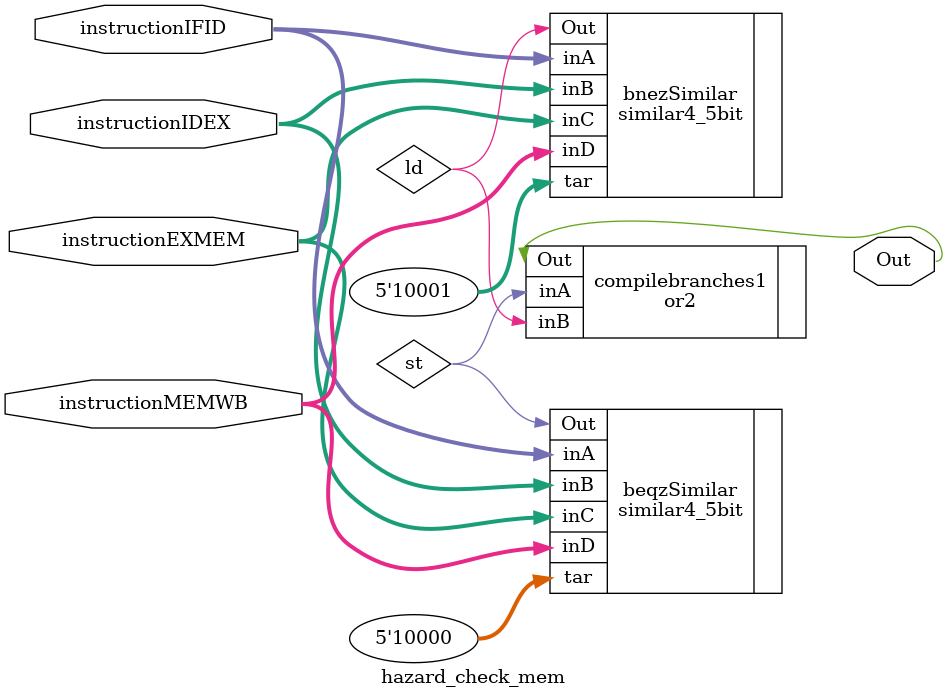
<source format=v>
module hazard_check_mem (instructionIFID, instructionIDEX, instructionEXMEM, instructionMEMWB, Out);
    

    input [4:0] instructionIFID, instructionIDEX, instructionEXMEM, instructionMEMWB;
    output Out;

    wire st;
    wire ld;

    similar4_5bit beqzSimilar(
        .tar        (5'b10000),
        .inA        (instructionIFID),
        .inB        (instructionIDEX),
        .inC        (instructionEXMEM),
        .inD        (instructionMEMWB),
        .Out        (st)
    );

    similar4_5bit bnezSimilar( 
        .tar        (5'b10001), 
        .inA        (instructionIFID), 
        .inB        (instructionIDEX), 
        .inC        (instructionEXMEM), 
        .inD        (instructionMEMWB), 
        .Out        (ld)
    );


    or2 compilebranches1(
        .inA        (st),
        .inB        (ld),
        .Out        (Out)
    );




endmodule

</source>
